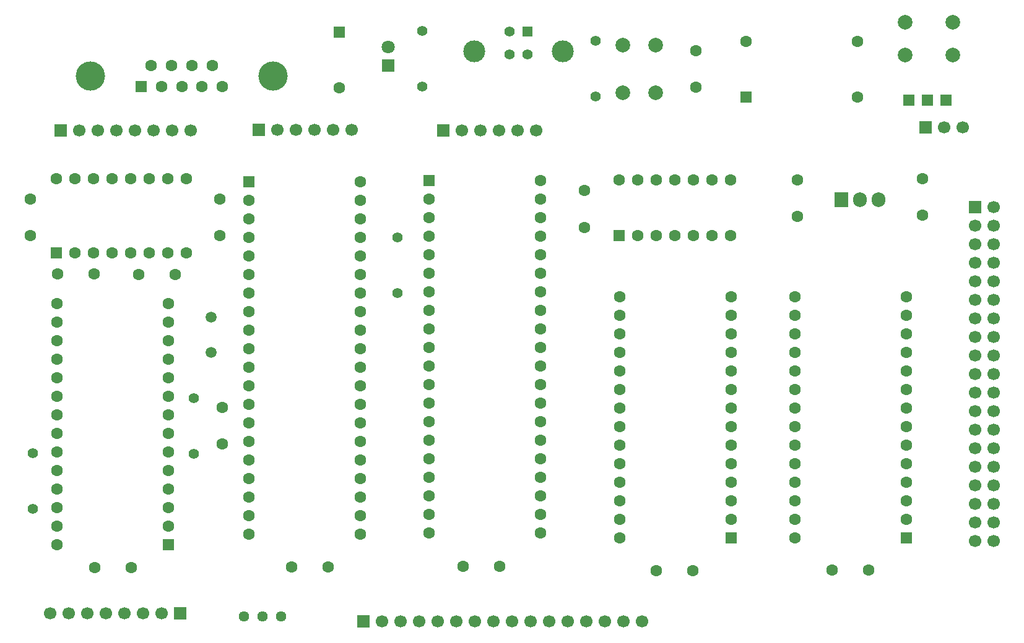
<source format=gbr>
%TF.GenerationSoftware,KiCad,Pcbnew,9.0.2*%
%TF.CreationDate,2025-06-11T12:09:56+01:00*%
%TF.ProjectId,6502pc,36353032-7063-42e6-9b69-6361645f7063,rev?*%
%TF.SameCoordinates,Original*%
%TF.FileFunction,Soldermask,Top*%
%TF.FilePolarity,Negative*%
%FSLAX46Y46*%
G04 Gerber Fmt 4.6, Leading zero omitted, Abs format (unit mm)*
G04 Created by KiCad (PCBNEW 9.0.2) date 2025-06-11 12:09:56*
%MOMM*%
%LPD*%
G01*
G04 APERTURE LIST*
G04 Aperture macros list*
%AMRoundRect*
0 Rectangle with rounded corners*
0 $1 Rounding radius*
0 $2 $3 $4 $5 $6 $7 $8 $9 X,Y pos of 4 corners*
0 Add a 4 corners polygon primitive as box body*
4,1,4,$2,$3,$4,$5,$6,$7,$8,$9,$2,$3,0*
0 Add four circle primitives for the rounded corners*
1,1,$1+$1,$2,$3*
1,1,$1+$1,$4,$5*
1,1,$1+$1,$6,$7*
1,1,$1+$1,$8,$9*
0 Add four rect primitives between the rounded corners*
20,1,$1+$1,$2,$3,$4,$5,0*
20,1,$1+$1,$4,$5,$6,$7,0*
20,1,$1+$1,$6,$7,$8,$9,0*
20,1,$1+$1,$8,$9,$2,$3,0*%
G04 Aperture macros list end*
%ADD10R,1.524000X1.524000*%
%ADD11C,2.000000*%
%ADD12C,4.000000*%
%ADD13R,1.600000X1.600000*%
%ADD14C,1.600000*%
%ADD15C,1.400000*%
%ADD16R,1.700000X1.700000*%
%ADD17C,1.700000*%
%ADD18RoundRect,0.250000X0.550000X0.550000X-0.550000X0.550000X-0.550000X-0.550000X0.550000X-0.550000X0*%
%ADD19RoundRect,0.250000X-0.550000X-0.550000X0.550000X-0.550000X0.550000X0.550000X-0.550000X0.550000X0*%
%ADD20RoundRect,0.250000X-0.550000X0.550000X-0.550000X-0.550000X0.550000X-0.550000X0.550000X0.550000X0*%
%ADD21C,1.440000*%
%ADD22R,1.800000X1.800000*%
%ADD23C,1.800000*%
%ADD24RoundRect,0.250000X0.550000X-0.550000X0.550000X0.550000X-0.550000X0.550000X-0.550000X-0.550000X0*%
%ADD25R,1.905000X2.000000*%
%ADD26O,1.905000X2.000000*%
%ADD27C,1.500000*%
%ADD28R,1.400000X1.400000*%
%ADD29C,3.000000*%
G04 APERTURE END LIST*
D10*
%TO.C,U9*%
X143002000Y-44805600D03*
X145542000Y-44805600D03*
X148082000Y-44805600D03*
%TD*%
D11*
%TO.C,SW3*%
X142482300Y-34148400D03*
X148982300Y-34148400D03*
X142482300Y-38648400D03*
X148982300Y-38648400D03*
%TD*%
D12*
%TO.C,J1*%
X56025600Y-41468700D03*
X31025600Y-41468700D03*
D13*
X37985600Y-42888700D03*
D14*
X40755600Y-42888700D03*
X43525600Y-42888700D03*
X46295600Y-42888700D03*
X49065600Y-42888700D03*
X39370600Y-40048700D03*
X42140600Y-40048700D03*
X44910600Y-40048700D03*
X47680600Y-40048700D03*
%TD*%
%TO.C,C2*%
X49072800Y-86868000D03*
X49072800Y-91868000D03*
%TD*%
D15*
%TO.C,R2*%
X45212000Y-93218000D03*
X45212000Y-85598000D03*
%TD*%
D16*
%TO.C,J6*%
X79298800Y-48971200D03*
D17*
X81838800Y-48971200D03*
X84378800Y-48971200D03*
X86918800Y-48971200D03*
X89458800Y-48971200D03*
X91998800Y-48971200D03*
%TD*%
D14*
%TO.C,C3*%
X48768000Y-63358400D03*
X48768000Y-58358400D03*
%TD*%
%TO.C,C14*%
X144830800Y-60564400D03*
X144830800Y-55564400D03*
%TD*%
D15*
%TO.C,D1*%
X72999600Y-71170800D03*
X72999600Y-63550800D03*
%TD*%
D18*
%TO.C,U2*%
X118668800Y-104698800D03*
D14*
X118668800Y-102158800D03*
X118668800Y-99618800D03*
X118668800Y-97078800D03*
X118668800Y-94538800D03*
X118668800Y-91998800D03*
X118668800Y-89458800D03*
X118668800Y-86918800D03*
X118668800Y-84378800D03*
X118668800Y-81838800D03*
X118668800Y-79298800D03*
X118668800Y-76758800D03*
X118668800Y-74218800D03*
X118668800Y-71678800D03*
X103428800Y-71678800D03*
X103428800Y-74218800D03*
X103428800Y-76758800D03*
X103428800Y-79298800D03*
X103428800Y-81838800D03*
X103428800Y-84378800D03*
X103428800Y-86918800D03*
X103428800Y-89458800D03*
X103428800Y-91998800D03*
X103428800Y-94538800D03*
X103428800Y-97078800D03*
X103428800Y-99618800D03*
X103428800Y-102158800D03*
X103428800Y-104698800D03*
%TD*%
D16*
%TO.C,JP1*%
X145288000Y-48514000D03*
D17*
X147828000Y-48514000D03*
X150368000Y-48514000D03*
%TD*%
D14*
%TO.C,C12*%
X98602800Y-62190000D03*
X98602800Y-57190000D03*
%TD*%
%TO.C,C7*%
X132475600Y-109169200D03*
X137475600Y-109169200D03*
%TD*%
D15*
%TO.C,D2*%
X23164800Y-100787200D03*
X23164800Y-93167200D03*
%TD*%
%TO.C,R3*%
X76403200Y-42926000D03*
X76403200Y-35306000D03*
%TD*%
D13*
%TO.C,X1*%
X120700800Y-44399200D03*
D14*
X135940800Y-44399200D03*
X135940800Y-36779200D03*
X120700800Y-36779200D03*
%TD*%
%TO.C,C8*%
X108447200Y-109220000D03*
X113447200Y-109220000D03*
%TD*%
D19*
%TO.C,U1*%
X77368400Y-55829200D03*
D14*
X77368400Y-58369200D03*
X77368400Y-60909200D03*
X77368400Y-63449200D03*
X77368400Y-65989200D03*
X77368400Y-68529200D03*
X77368400Y-71069200D03*
X77368400Y-73609200D03*
X77368400Y-76149200D03*
X77368400Y-78689200D03*
X77368400Y-81229200D03*
X77368400Y-83769200D03*
X77368400Y-86309200D03*
X77368400Y-88849200D03*
X77368400Y-91389200D03*
X77368400Y-93929200D03*
X77368400Y-96469200D03*
X77368400Y-99009200D03*
X77368400Y-101549200D03*
X77368400Y-104089200D03*
X92608400Y-104089200D03*
X92608400Y-101549200D03*
X92608400Y-99009200D03*
X92608400Y-96469200D03*
X92608400Y-93929200D03*
X92608400Y-91389200D03*
X92608400Y-88849200D03*
X92608400Y-86309200D03*
X92608400Y-83769200D03*
X92608400Y-81229200D03*
X92608400Y-78689200D03*
X92608400Y-76149200D03*
X92608400Y-73609200D03*
X92608400Y-71069200D03*
X92608400Y-68529200D03*
X92608400Y-65989200D03*
X92608400Y-63449200D03*
X92608400Y-60909200D03*
X92608400Y-58369200D03*
X92608400Y-55829200D03*
%TD*%
D16*
%TO.C,J3*%
X43332400Y-115062000D03*
D17*
X40792400Y-115062000D03*
X38252400Y-115062000D03*
X35712400Y-115062000D03*
X33172400Y-115062000D03*
X30632400Y-115062000D03*
X28092400Y-115062000D03*
X25552400Y-115062000D03*
%TD*%
D20*
%TO.C,SW2*%
X65062300Y-35450100D03*
D14*
X65062300Y-43070100D03*
%TD*%
%TO.C,C6*%
X37632000Y-68681600D03*
X42632000Y-68681600D03*
%TD*%
D21*
%TO.C,RV1*%
X57150000Y-115468400D03*
X54610000Y-115468400D03*
X52070000Y-115468400D03*
%TD*%
D22*
%TO.C,D3*%
X71780400Y-40030400D03*
D23*
X71780400Y-37490400D03*
%TD*%
D19*
%TO.C,U7*%
X52730400Y-55930800D03*
D14*
X52730400Y-58470800D03*
X52730400Y-61010800D03*
X52730400Y-63550800D03*
X52730400Y-66090800D03*
X52730400Y-68630800D03*
X52730400Y-71170800D03*
X52730400Y-73710800D03*
X52730400Y-76250800D03*
X52730400Y-78790800D03*
X52730400Y-81330800D03*
X52730400Y-83870800D03*
X52730400Y-86410800D03*
X52730400Y-88950800D03*
X52730400Y-91490800D03*
X52730400Y-94030800D03*
X52730400Y-96570800D03*
X52730400Y-99110800D03*
X52730400Y-101650800D03*
X52730400Y-104190800D03*
X67970400Y-104190800D03*
X67970400Y-101650800D03*
X67970400Y-99110800D03*
X67970400Y-96570800D03*
X67970400Y-94030800D03*
X67970400Y-91490800D03*
X67970400Y-88950800D03*
X67970400Y-86410800D03*
X67970400Y-83870800D03*
X67970400Y-81330800D03*
X67970400Y-78790800D03*
X67970400Y-76250800D03*
X67970400Y-73710800D03*
X67970400Y-71170800D03*
X67970400Y-68630800D03*
X67970400Y-66090800D03*
X67970400Y-63550800D03*
X67970400Y-61010800D03*
X67970400Y-58470800D03*
X67970400Y-55930800D03*
%TD*%
%TO.C,C9*%
X82031200Y-108610400D03*
X87031200Y-108610400D03*
%TD*%
D24*
%TO.C,U5*%
X26365200Y-65684400D03*
D14*
X28905200Y-65684400D03*
X31445200Y-65684400D03*
X33985200Y-65684400D03*
X36525200Y-65684400D03*
X39065200Y-65684400D03*
X41605200Y-65684400D03*
X44145200Y-65684400D03*
X44145200Y-55524400D03*
X41605200Y-55524400D03*
X39065200Y-55524400D03*
X36525200Y-55524400D03*
X33985200Y-55524400D03*
X31445200Y-55524400D03*
X28905200Y-55524400D03*
X26365200Y-55524400D03*
%TD*%
D25*
%TO.C,U8*%
X133756400Y-58420000D03*
D26*
X136296400Y-58420000D03*
X138836400Y-58420000D03*
%TD*%
D16*
%TO.C,J5*%
X68376800Y-116179600D03*
D17*
X70916800Y-116179600D03*
X73456800Y-116179600D03*
X75996800Y-116179600D03*
X78536800Y-116179600D03*
X81076800Y-116179600D03*
X83616800Y-116179600D03*
X86156800Y-116179600D03*
X88696800Y-116179600D03*
X91236800Y-116179600D03*
X93776800Y-116179600D03*
X96316800Y-116179600D03*
X98856800Y-116179600D03*
X101396800Y-116179600D03*
X103936800Y-116179600D03*
X106476800Y-116179600D03*
%TD*%
D15*
%TO.C,R1*%
X100086800Y-44298000D03*
X100086800Y-36678000D03*
%TD*%
D27*
%TO.C,Y1*%
X47548800Y-74472800D03*
X47548800Y-79372800D03*
%TD*%
D14*
%TO.C,C1*%
X113842800Y-42987600D03*
X113842800Y-37987600D03*
%TD*%
D18*
%TO.C,U3*%
X142595600Y-104698800D03*
D14*
X142595600Y-102158800D03*
X142595600Y-99618800D03*
X142595600Y-97078800D03*
X142595600Y-94538800D03*
X142595600Y-91998800D03*
X142595600Y-89458800D03*
X142595600Y-86918800D03*
X142595600Y-84378800D03*
X142595600Y-81838800D03*
X142595600Y-79298800D03*
X142595600Y-76758800D03*
X142595600Y-74218800D03*
X142595600Y-71678800D03*
X127355600Y-71678800D03*
X127355600Y-74218800D03*
X127355600Y-76758800D03*
X127355600Y-79298800D03*
X127355600Y-81838800D03*
X127355600Y-84378800D03*
X127355600Y-86918800D03*
X127355600Y-89458800D03*
X127355600Y-91998800D03*
X127355600Y-94538800D03*
X127355600Y-97078800D03*
X127355600Y-99618800D03*
X127355600Y-102158800D03*
X127355600Y-104698800D03*
%TD*%
D28*
%TO.C,J2*%
X90841200Y-35357200D03*
D15*
X88341200Y-35357200D03*
X88341200Y-38557200D03*
X90841200Y-38557200D03*
D29*
X83571200Y-38067200D03*
X95611200Y-38067200D03*
%TD*%
D14*
%TO.C,C13*%
X127762000Y-55716800D03*
X127762000Y-60716800D03*
%TD*%
D24*
%TO.C,U6*%
X103327200Y-63347600D03*
D14*
X105867200Y-63347600D03*
X108407200Y-63347600D03*
X110947200Y-63347600D03*
X113487200Y-63347600D03*
X116027200Y-63347600D03*
X118567200Y-63347600D03*
X118567200Y-55727600D03*
X116027200Y-55727600D03*
X113487200Y-55727600D03*
X110947200Y-55727600D03*
X108407200Y-55727600D03*
X105867200Y-55727600D03*
X103327200Y-55727600D03*
%TD*%
D11*
%TO.C,SW1*%
X103867200Y-43736800D03*
X103867200Y-37236800D03*
X108367200Y-43736800D03*
X108367200Y-37236800D03*
%TD*%
D14*
%TO.C,C10*%
X58561600Y-108712000D03*
X63561600Y-108712000D03*
%TD*%
%TO.C,C5*%
X26506800Y-68580000D03*
X31506800Y-68580000D03*
%TD*%
D16*
%TO.C,J4*%
X26974800Y-48920400D03*
D17*
X29514800Y-48920400D03*
X32054800Y-48920400D03*
X34594800Y-48920400D03*
X37134800Y-48920400D03*
X39674800Y-48920400D03*
X42214800Y-48920400D03*
X44754800Y-48920400D03*
%TD*%
D14*
%TO.C,C4*%
X22809200Y-63358400D03*
X22809200Y-58358400D03*
%TD*%
D16*
%TO.C,J9*%
X151993600Y-59436000D03*
D17*
X154533600Y-59436000D03*
X151993600Y-61976000D03*
X154533600Y-61976000D03*
X151993600Y-64516000D03*
X154533600Y-64516000D03*
X151993600Y-67056000D03*
X154533600Y-67056000D03*
X151993600Y-69596000D03*
X154533600Y-69596000D03*
X151993600Y-72136000D03*
X154533600Y-72136000D03*
X151993600Y-74676000D03*
X154533600Y-74676000D03*
X151993600Y-77216000D03*
X154533600Y-77216000D03*
X151993600Y-79756000D03*
X154533600Y-79756000D03*
X151993600Y-82296000D03*
X154533600Y-82296000D03*
X151993600Y-84836000D03*
X154533600Y-84836000D03*
X151993600Y-87376000D03*
X154533600Y-87376000D03*
X151993600Y-89916000D03*
X154533600Y-89916000D03*
X151993600Y-92456000D03*
X154533600Y-92456000D03*
X151993600Y-94996000D03*
X154533600Y-94996000D03*
X151993600Y-97536000D03*
X154533600Y-97536000D03*
X151993600Y-100076000D03*
X154533600Y-100076000D03*
X151993600Y-102616000D03*
X154533600Y-102616000D03*
X151993600Y-105156000D03*
X154533600Y-105156000D03*
%TD*%
D14*
%TO.C,C11*%
X31637600Y-108813600D03*
X36637600Y-108813600D03*
%TD*%
D16*
%TO.C,J7*%
X54102000Y-48869600D03*
D17*
X56642000Y-48869600D03*
X59182000Y-48869600D03*
X61722000Y-48869600D03*
X64262000Y-48869600D03*
X66802000Y-48869600D03*
%TD*%
D18*
%TO.C,U4*%
X41706800Y-105664000D03*
D14*
X41706800Y-103124000D03*
X41706800Y-100584000D03*
X41706800Y-98044000D03*
X41706800Y-95504000D03*
X41706800Y-92964000D03*
X41706800Y-90424000D03*
X41706800Y-87884000D03*
X41706800Y-85344000D03*
X41706800Y-82804000D03*
X41706800Y-80264000D03*
X41706800Y-77724000D03*
X41706800Y-75184000D03*
X41706800Y-72644000D03*
X26466800Y-72644000D03*
X26466800Y-75184000D03*
X26466800Y-77724000D03*
X26466800Y-80264000D03*
X26466800Y-82804000D03*
X26466800Y-85344000D03*
X26466800Y-87884000D03*
X26466800Y-90424000D03*
X26466800Y-92964000D03*
X26466800Y-95504000D03*
X26466800Y-98044000D03*
X26466800Y-100584000D03*
X26466800Y-103124000D03*
X26466800Y-105664000D03*
%TD*%
M02*

</source>
